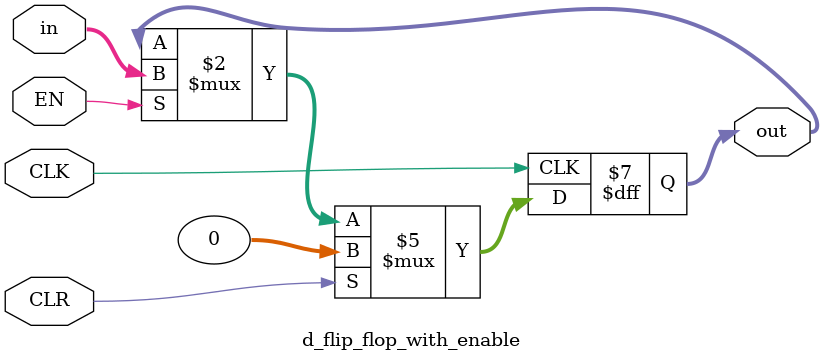
<source format=v>
module d_flip_flop_with_enable (out, CLK, CLR, EN, in);
    output reg [31:0] out;
    input             CLK, CLR, EN;
    input      [31:0] in;

    always @(posedge CLK)
        begin
            if (CLR)
                out <= 32'b00;
            else if (EN)
                out <= in;
        end

endmodule // d_flip_flop_with_enable

</source>
